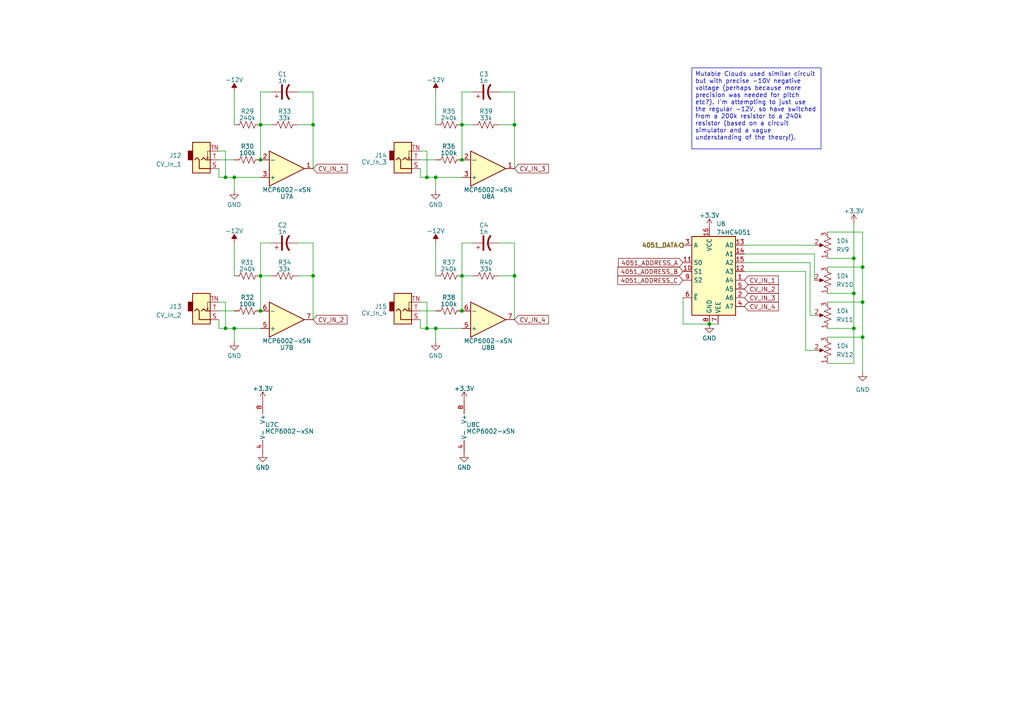
<source format=kicad_sch>
(kicad_sch (version 20230121) (generator eeschema)
  (paper "A4")
  (lib_symbols
    (symbol "74xx:74HC4051"
      (property "Reference" "U" (at -5.08 11.43 0))
      (property "Value" "74HC4051" (at -7.62 -13.97 0))
      (symbol "74HC4051_0_1"
        (rectangle (start -5.08 10.16) (end 7.62 -12.7) (stroke (width 0.254)) (fill (type background)))
      )
      (symbol "74HC4051_1_1"
        (pin passive line (at 10.16 -2.54 180) (length 2.54) (name "A4") (number "1"))
        (pin input line (at -7.62 0 0) (length 2.54) (name "S1") (number "10"))
        (pin input line (at -7.62 2.54 0) (length 2.54) (name "S0") (number "11"))
        (pin passive line (at 10.16 0 180) (length 2.54) (name "A3") (number "12"))
        (pin passive line (at 10.16 7.62 180) (length 2.54) (name "A0") (number "13"))
        (pin passive line (at 10.16 5.08 180) (length 2.54) (name "A1") (number "14"))
        (pin passive line (at 10.16 2.54 180) (length 2.54) (name "A2") (number "15"))
        (pin power_in line (at 0 12.7 270) (length 2.54) (name "VCC") (number "16"))
        (pin passive line (at 10.16 -7.62 180) (length 2.54) (name "A6") (number "2"))
        (pin passive line (at -7.62 7.62 0) (length 2.54) (name "A") (number "3"))
        (pin passive line (at 10.16 -10.16 180) (length 2.54) (name "A7") (number "4"))
        (pin passive line (at 10.16 -5.08 180) (length 2.54) (name "A5") (number "5"))
        (pin input line (at -7.62 -7.62 0) (length 2.54) (name "~{E}") (number "6"))
        (pin power_in line (at 2.54 -15.24 90) (length 2.54) (name "VEE") (number "7"))
        (pin power_in line (at 0 -15.24 90) (length 2.54) (name "GND") (number "8"))
        (pin input line (at -7.62 -2.54 0) (length 2.54) (name "S2") (number "9"))
      )
    )
    (symbol "Amplifier_Operational:MCP6002-xSN" (pin_names (offset 0.127))
      (property "Reference" "U" (at 0 5.08 0))
      (property "Value" "MCP6002-xSN" (at 0 -5.08 0))
      (symbol "MCP6002-xSN_1_1"
        (polyline (pts (xy -5.08 5.08) (xy 5.08 0) (xy -5.08 -5.08) (xy -5.08 5.08)) (stroke (width 0.254)) (fill (type background)))
        (pin output line (at 7.62 0 180) (length 2.54) (name "~") (number "1"))
        (pin input line (at -7.62 -2.54 0) (length 2.54) (name "-") (number "2"))
        (pin input line (at -7.62 2.54 0) (length 2.54) (name "+") (number "3"))
      )
      (symbol "MCP6002-xSN_2_1"
        (polyline (pts (xy -5.08 5.08) (xy 5.08 0) (xy -5.08 -5.08) (xy -5.08 5.08)) (stroke (width 0.254)) (fill (type background)))
        (pin input line (at -7.62 2.54 0) (length 2.54) (name "+") (number "5"))
        (pin input line (at -7.62 -2.54 0) (length 2.54) (name "-") (number "6"))
        (pin output line (at 7.62 0 180) (length 2.54) (name "~") (number "7"))
      )
      (symbol "MCP6002-xSN_3_1"
        (pin power_in line (at -2.54 -7.62 90) (length 3.81) (name "V-") (number "4"))
        (pin power_in line (at -2.54 7.62 270) (length 3.81) (name "V+") (number "8"))
      )
    )
    (symbol "Connector_Audio:AudioJack2_SwitchT"
      (property "Reference" "J" (at 0 8.89 0))
      (property "Value" "AudioJack2_SwitchT" (at 0 6.35 0))
      (symbol "AudioJack2_SwitchT_0_1"
        (rectangle (start -2.54 0) (end -3.81 -2.54) (stroke (width 0.254)) (fill (type outline)))
        (polyline (pts (xy 1.778 -0.254) (xy 2.032 -0.762)))
        (polyline (pts (xy 0 0) (xy 0.635 -0.635) (xy 1.27 0) (xy 2.54 0)) (stroke (width 0.254)))
        (polyline (pts (xy 2.54 -2.54) (xy 1.778 -2.54) (xy 1.778 -0.254) (xy 1.524 -0.762)))
        (polyline (pts (xy 2.54 2.54) (xy -0.635 2.54) (xy -0.635 0) (xy -1.27 -0.635) (xy -1.905 0)) (stroke (width 0.254)))
        (rectangle (start 2.54 3.81) (end -2.54 -5.08) (stroke (width 0.254)) (fill (type background)))
      )
      (symbol "AudioJack2_SwitchT_1_1"
        (pin passive line (at 5.08 2.54 180) (length 2.54) (name "~") (number "S"))
        (pin passive line (at 5.08 0 180) (length 2.54) (name "~") (number "T"))
        (pin passive line (at 5.08 -2.54 180) (length 2.54) (name "~") (number "TN"))
      )
    )
    (symbol "Device:C_Polarized_US" (pin_numbers hide) (pin_names (offset 0.254) hide)
      (property "Reference" "C" (at 0.635 2.54 0))
      (property "Value" "C_Polarized_US" (at 0.635 -2.54 0))
      (symbol "C_Polarized_US_0_1"
        (polyline (pts (xy -2.032 0.762) (xy 2.032 0.762)) (stroke (width 0.508)))
        (polyline (pts (xy -1.778 2.286) (xy -0.762 2.286)))
        (polyline (pts (xy -1.27 1.778) (xy -1.27 2.794)))
        (arc (start 2.032 -1.27) (mid 0 -0.5572) (end -2.032 -1.27) (stroke (width 0.508)))
      )
      (symbol "C_Polarized_US_1_1"
        (pin passive line (at 0 3.81 270) (length 2.794) (name "~") (number "1"))
        (pin passive line (at 0 -3.81 90) (length 3.302) (name "~") (number "2"))
      )
    )
    (symbol "Device:R_Potentiometer_US" (pin_names (offset 1.016) hide)
      (property "Reference" "RV" (at -4.445 0 90))
      (property "Value" "R_Potentiometer_US" (at -2.54 0 90))
      (symbol "R_Potentiometer_US_0_1"
        (polyline (pts (xy 0 -2.286) (xy 0 -2.54)))
        (polyline (pts (xy 0 2.54) (xy 0 2.286)))
        (polyline (pts (xy 2.54 0) (xy 1.524 0)))
        (polyline (pts (xy 1.143 0) (xy 2.286 0.508) (xy 2.286 -0.508) (xy 1.143 0)) (fill (type outline)))
        (polyline (pts (xy 0 -0.762) (xy 1.016 -1.143) (xy 0 -1.524) (xy -1.016 -1.905) (xy 0 -2.286)))
        (polyline (pts (xy 0 0.762) (xy 1.016 0.381) (xy 0 0) (xy -1.016 -0.381) (xy 0 -0.762)))
        (polyline (pts (xy 0 2.286) (xy 1.016 1.905) (xy 0 1.524) (xy -1.016 1.143) (xy 0 0.762)))
      )
      (symbol "R_Potentiometer_US_1_1"
        (pin passive line (at 0 3.81 270) (length 1.27) (name "1") (number "1"))
        (pin passive line (at 3.81 0 180) (length 1.27) (name "2") (number "2"))
        (pin passive line (at 0 -3.81 90) (length 1.27) (name "3") (number "3"))
      )
    )
    (symbol "Device:R_US" (pin_numbers hide) (pin_names (offset 0))
      (property "Reference" "R" (at 2.54 0 90))
      (property "Value" "R_US" (at -2.54 0 90))
      (symbol "R_US_0_1"
        (polyline (pts (xy 0 -2.286) (xy 0 -2.54)))
        (polyline (pts (xy 0 2.286) (xy 0 2.54)))
        (polyline (pts (xy 0 -0.762) (xy 1.016 -1.143) (xy 0 -1.524) (xy -1.016 -1.905) (xy 0 -2.286)))
        (polyline (pts (xy 0 0.762) (xy 1.016 0.381) (xy 0 0) (xy -1.016 -0.381) (xy 0 -0.762)))
        (polyline (pts (xy 0 2.286) (xy 1.016 1.905) (xy 0 1.524) (xy -1.016 1.143) (xy 0 0.762)))
      )
      (symbol "R_US_1_1"
        (pin passive line (at 0 3.81 270) (length 1.27) (name "~") (number "1"))
        (pin passive line (at 0 -3.81 90) (length 1.27) (name "~") (number "2"))
      )
    )
    (symbol "power:+3.3V" (power) (pin_names (offset 0))
      (property "Value" "+3.3V" (at 0 3.556 0))
      (symbol "+3.3V_0_1"
        (polyline (pts (xy -0.762 1.27) (xy 0 2.54)))
        (polyline (pts (xy 0 0) (xy 0 2.54)))
        (polyline (pts (xy 0 2.54) (xy 0.762 1.27)))
      )
      (symbol "+3.3V_1_1"
        (pin power_in line (at 0 0 90) (length 0) hide (name "+3.3V") (number "1"))
      )
    )
    (symbol "power:-12V" (power) (pin_names (offset 0))
      (property "Value" "-12V" (at 0 3.81 0))
      (symbol "-12V_0_0"
        (pin power_in line (at 0 0 90) (length 0) hide (name "-12V") (number "1"))
      )
      (symbol "-12V_0_1"
        (polyline (pts (xy 0 0) (xy 0 1.27) (xy 0.762 1.27) (xy 0 2.54) (xy -0.762 1.27) (xy 0 1.27)) (fill (type outline)))
      )
    )
    (symbol "power:GND" (power) (pin_names (offset 0))
      (property "Value" "GND" (at 0 -3.81 0))
      (symbol "GND_0_1"
        (polyline (pts (xy 0 0) (xy 0 -1.27) (xy 1.27 -1.27) (xy 0 -2.54) (xy -1.27 -1.27) (xy 0 -1.27)))
      )
      (symbol "GND_1_1"
        (pin power_in line (at 0 0 270) (length 0) hide (name "GND") (number "1"))
      )
    )
  )
  (junction (at 65.405 95.25))
  (junction (at 75.565 90.17))
  (junction (at 250.19 87.63))
  (junction (at 67.945 95.25))
  (junction (at 75.565 36.195))
  (junction (at 75.565 46.355))
  (junction (at 90.805 36.195))
  (junction (at 133.985 36.195))
  (junction (at 247.65 74.93))
  (junction (at 247.65 85.09))
  (junction (at 90.805 80.01))
  (junction (at 149.225 80.01))
  (junction (at 75.565 80.01))
  (junction (at 67.945 51.435))
  (junction (at 126.365 51.435))
  (junction (at 123.825 95.25))
  (junction (at 247.65 95.25))
  (junction (at 250.19 77.47))
  (junction (at 205.74 93.98))
  (junction (at 133.985 80.01))
  (junction (at 149.225 36.195))
  (junction (at 65.405 51.435))
  (junction (at 133.985 90.17))
  (junction (at 126.365 95.25))
  (junction (at 250.19 97.79))
  (junction (at 123.825 51.435))
  (junction (at 133.985 46.355))
  (wire (pts (xy 247.65 105.41) (xy 247.65 95.25)))
  (wire (pts (xy 67.945 95.25) (xy 67.945 99.06)))
  (wire (pts (xy 121.92 48.895) (xy 121.92 51.435)))
  (wire (pts (xy 133.985 36.195) (xy 133.985 46.355)))
  (wire (pts (xy 240.03 67.31) (xy 250.19 67.31)))
  (wire (pts (xy 137.16 36.195) (xy 133.985 36.195)))
  (wire (pts (xy 234.95 91.44) (xy 236.22 91.44)))
  (wire (pts (xy 240.03 97.79) (xy 250.19 97.79)))
  (wire (pts (xy 90.805 80.01) (xy 90.805 92.71)))
  (wire (pts (xy 121.92 43.815) (xy 123.825 43.815)))
  (wire (pts (xy 78.74 70.485) (xy 75.565 70.485)))
  (wire (pts (xy 78.74 80.01) (xy 75.565 80.01)))
  (wire (pts (xy 63.5 43.815) (xy 65.405 43.815)))
  (wire (pts (xy 65.405 87.63) (xy 65.405 95.25)))
  (wire (pts (xy 250.19 67.31) (xy 250.19 77.47)))
  (wire (pts (xy 63.5 87.63) (xy 65.405 87.63)))
  (wire (pts (xy 247.65 74.93) (xy 240.03 74.93)))
  (wire (pts (xy 215.9 76.2) (xy 234.95 76.2)))
  (wire (pts (xy 75.565 80.01) (xy 75.565 90.17)))
  (wire (pts (xy 240.03 77.47) (xy 250.19 77.47)))
  (wire (pts (xy 250.19 87.63) (xy 250.19 97.79)))
  (wire (pts (xy 121.92 51.435) (xy 123.825 51.435)))
  (wire (pts (xy 215.9 78.74) (xy 233.68 78.74)))
  (wire (pts (xy 240.03 95.25) (xy 247.65 95.25)))
  (wire (pts (xy 215.9 73.66) (xy 236.22 73.66)))
  (wire (pts (xy 144.78 26.67) (xy 149.225 26.67)))
  (wire (pts (xy 240.03 105.41) (xy 247.65 105.41)))
  (wire (pts (xy 137.16 70.485) (xy 133.985 70.485)))
  (wire (pts (xy 123.825 87.63) (xy 123.825 95.25)))
  (wire (pts (xy 63.5 51.435) (xy 65.405 51.435)))
  (wire (pts (xy 126.365 95.25) (xy 126.365 99.06)))
  (wire (pts (xy 126.365 51.435) (xy 126.365 55.245)))
  (wire (pts (xy 233.68 101.6) (xy 236.22 101.6)))
  (wire (pts (xy 198.12 93.98) (xy 198.12 86.36)))
  (wire (pts (xy 137.16 26.67) (xy 133.985 26.67)))
  (wire (pts (xy 149.225 80.01) (xy 149.225 92.71)))
  (wire (pts (xy 90.805 26.67) (xy 90.805 36.195)))
  (wire (pts (xy 121.92 95.25) (xy 123.825 95.25)))
  (wire (pts (xy 240.03 87.63) (xy 250.19 87.63)))
  (wire (pts (xy 67.945 70.485) (xy 67.945 80.01)))
  (wire (pts (xy 126.365 51.435) (xy 133.985 51.435)))
  (wire (pts (xy 121.92 92.71) (xy 121.92 95.25)))
  (wire (pts (xy 123.825 95.25) (xy 126.365 95.25)))
  (wire (pts (xy 247.65 64.77) (xy 247.65 74.93)))
  (wire (pts (xy 250.19 97.79) (xy 250.19 107.95)))
  (wire (pts (xy 65.405 51.435) (xy 67.945 51.435)))
  (wire (pts (xy 149.225 36.195) (xy 149.225 48.895)))
  (wire (pts (xy 86.36 36.195) (xy 90.805 36.195)))
  (wire (pts (xy 65.405 95.25) (xy 67.945 95.25)))
  (wire (pts (xy 75.565 36.195) (xy 75.565 46.355)))
  (wire (pts (xy 78.74 26.67) (xy 75.565 26.67)))
  (wire (pts (xy 247.65 85.09) (xy 247.65 74.93)))
  (wire (pts (xy 250.19 77.47) (xy 250.19 87.63)))
  (wire (pts (xy 144.78 70.485) (xy 149.225 70.485)))
  (wire (pts (xy 121.92 46.355) (xy 126.365 46.355)))
  (wire (pts (xy 149.225 26.67) (xy 149.225 36.195)))
  (wire (pts (xy 75.565 26.67) (xy 75.565 36.195)))
  (wire (pts (xy 75.565 70.485) (xy 75.565 80.01)))
  (wire (pts (xy 133.985 70.485) (xy 133.985 80.01)))
  (wire (pts (xy 67.945 95.25) (xy 75.565 95.25)))
  (wire (pts (xy 240.03 85.09) (xy 247.65 85.09)))
  (wire (pts (xy 144.78 80.01) (xy 149.225 80.01)))
  (wire (pts (xy 215.9 71.12) (xy 236.22 71.12)))
  (wire (pts (xy 247.65 95.25) (xy 247.65 85.09)))
  (wire (pts (xy 63.5 46.355) (xy 67.945 46.355)))
  (wire (pts (xy 205.74 93.98) (xy 198.12 93.98)))
  (wire (pts (xy 67.945 26.67) (xy 67.945 36.195)))
  (wire (pts (xy 86.36 26.67) (xy 90.805 26.67)))
  (wire (pts (xy 205.74 93.98) (xy 208.28 93.98)))
  (wire (pts (xy 86.36 70.485) (xy 90.805 70.485)))
  (wire (pts (xy 63.5 48.895) (xy 63.5 51.435)))
  (wire (pts (xy 133.985 80.01) (xy 133.985 90.17)))
  (wire (pts (xy 63.5 90.17) (xy 67.945 90.17)))
  (wire (pts (xy 233.68 78.74) (xy 233.68 101.6)))
  (wire (pts (xy 121.92 90.17) (xy 126.365 90.17)))
  (wire (pts (xy 126.365 95.25) (xy 133.985 95.25)))
  (wire (pts (xy 123.825 51.435) (xy 126.365 51.435)))
  (wire (pts (xy 236.22 73.66) (xy 236.22 81.28)))
  (wire (pts (xy 65.405 43.815) (xy 65.405 51.435)))
  (wire (pts (xy 144.78 36.195) (xy 149.225 36.195)))
  (wire (pts (xy 63.5 95.25) (xy 65.405 95.25)))
  (wire (pts (xy 67.945 51.435) (xy 75.565 51.435)))
  (wire (pts (xy 126.365 70.485) (xy 126.365 80.01)))
  (wire (pts (xy 149.225 70.485) (xy 149.225 80.01)))
  (wire (pts (xy 133.985 26.67) (xy 133.985 36.195)))
  (wire (pts (xy 137.16 80.01) (xy 133.985 80.01)))
  (wire (pts (xy 234.95 76.2) (xy 234.95 91.44)))
  (wire (pts (xy 90.805 70.485) (xy 90.805 80.01)))
  (wire (pts (xy 126.365 26.67) (xy 126.365 36.195)))
  (wire (pts (xy 78.74 36.195) (xy 75.565 36.195)))
  (wire (pts (xy 67.945 51.435) (xy 67.945 55.245)))
  (wire (pts (xy 90.805 36.195) (xy 90.805 48.895)))
  (wire (pts (xy 86.36 80.01) (xy 90.805 80.01)))
  (wire (pts (xy 63.5 92.71) (xy 63.5 95.25)))
  (wire (pts (xy 123.825 43.815) (xy 123.825 51.435)))
  (wire (pts (xy 121.92 87.63) (xy 123.825 87.63)))
  (text_box "Mutable Clouds used similar circuit but with precise -10V negative voltage (perhaps because more precision was needed for pitch etc?). I'm attempting to just use the regular -12V, so have switched from a 200k resistor to a 240k resistor (based on a circuit simulator and a vague understanding of the theory!)." (at 200.66 19.685 0) (size 37.465 23.495) (effects (font (size 1.27 1.27)) (justify left top)))
  (global_label "CV_IN_2" (shape input) (at 215.9 83.82 0) (property "Intersheetrefs" "${INTERSHEET_REFS}" (effects hide)))
  (global_label "CV_IN_1" (shape input) (at 215.9 81.28 0) (property "Intersheetrefs" "${INTERSHEET_REFS}" (effects hide)))
  (global_label "CV_IN_3" (shape input) (at 215.9 86.36 0) (property "Intersheetrefs" "${INTERSHEET_REFS}" (effects hide)))
  (global_label "CV_IN_3" (shape input) (at 149.225 48.895 0) (property "Intersheetrefs" "${INTERSHEET_REFS}" (effects hide)))
  (global_label "4051_ADDRESS_B" (shape input) (at 198.12 78.74 180) (property "Intersheetrefs" "${INTERSHEET_REFS}" (effects hide)))
  (global_label "CV_IN_4" (shape input) (at 149.225 92.71 0) (property "Intersheetrefs" "${INTERSHEET_REFS}" (effects hide)))
  (global_label "CV_IN_1" (shape input) (at 90.805 48.895 0) (property "Intersheetrefs" "${INTERSHEET_REFS}" (effects hide)))
  (global_label "CV_IN_4" (shape input) (at 215.9 88.9 0) (property "Intersheetrefs" "${INTERSHEET_REFS}" (effects hide)))
  (global_label "CV_IN_2" (shape input) (at 90.805 92.71 0) (property "Intersheetrefs" "${INTERSHEET_REFS}" (effects hide)))
  (global_label "4051_ADDRESS_A" (shape input) (at 198.12 76.2 180) (property "Intersheetrefs" "${INTERSHEET_REFS}" (effects hide)))
  (global_label "4051_ADDRESS_C" (shape input) (at 198.12 81.28 180) (property "Intersheetrefs" "${INTERSHEET_REFS}" (effects hide)))
  (hierarchical_label "4051_DATA" (shape output) (at 198.12 71.12 180) (effects (font bold)))
  (symbol (lib_id "power:-12V") (at 126.365 70.485 0) (unit 1)
    (property "Reference" "#PWR048" (effects hide))
    (property "Value" "-12V" (at 126.365 66.9831 0))
  )
  (symbol (lib_id "Device:R_Potentiometer_US") (at 240.03 71.12 180) (unit 1)
    (property "Reference" "RV9" (at 242.57 72.3901 0) (effects (justify right)))
    (property "Value" "10k" (at 242.57 69.8501 0) (effects (justify right)))
    (property "Footprint" "Library:Potentiometer_Alps_RK09K_vertical_biggerholes" (effects hide))
    (instances (project "dk2_02_top" (path "" (reference "RV9") (unit 1)) (path "" (reference "RV1") (unit 1))))
  )
  (symbol (lib_id "power:GND") (at 76.2 131.445 0) (unit 1)
    (property "Reference" "#PWR045" (effects hide))
    (property "Value" "GND" (at 76.2 135.5805 0))
  )
  (symbol (lib_id "power:GND") (at 250.19 107.95 0) (unit 1)
    (property "Reference" "#PWR055" (effects hide))
    (property "Value" "GND" (at 250.19 113.03 0))
    (instances (project "dk2_02_top" (path "" (reference "#PWR055") (unit 1)) (path "" (reference "#PWR036") (unit 1))))
  )
  (symbol (lib_id "Device:C_Polarized_US") (at 140.97 70.485 90) (unit 1)
    (property "Reference" "C4" (at 140.335 65.3161 90))
    (property "Value" "1n" (at 140.335 67.2371 90))
    (property "Footprint" "Capacitor_SMD:C_0603_1608Metric" (effects hide))
  )
  (symbol (lib_id "Device:R_US") (at 71.755 80.01 90) (unit 1)
    (property "Reference" "R31" (at 71.755 76.1111 90))
    (property "Value" "240k" (at 71.755 78.0321 90))
    (property "Footprint" "Resistor_SMD:R_0603_1608Metric" (effects hide))
  )
  (symbol (lib_id "Device:R_Potentiometer_US") (at 240.03 91.44 180) (unit 1)
    (property "Reference" "RV11" (at 242.57 92.7101 0) (effects (justify right)))
    (property "Value" "10k" (at 242.57 90.1701 0) (effects (justify right)))
    (property "Footprint" "Library:Potentiometer_Alps_RK09K_vertical_biggerholes" (effects hide))
    (instances (project "dk2_02_top" (path "" (reference "RV11") (unit 1)) (path "" (reference "RV3") (unit 1))))
  )
  (symbol (lib_id "power:-12V") (at 67.945 70.485 0) (unit 1)
    (property "Reference" "#PWR042" (effects hide))
    (property "Value" "-12V" (at 67.945 66.9831 0))
  )
  (symbol (lib_id "Amplifier_Operational:MCP6002-xSN") (at 141.605 48.895 0) (mirror x) (unit 1)
    (property "Reference" "U8" (at 141.605 56.9849 0))
    (property "Value" "MCP6002-xSN" (at 141.605 55.0639 0))
    (property "Footprint" "Package_SO:SOIC-8_3.9x4.9mm_P1.27mm" (effects hide))
    (property "Datasheet" "http://ww1.microchip.com/downloads/en/DeviceDoc/21733j.pdf" (effects hide))
  )
  (symbol (lib_id "power:GND") (at 126.365 99.06 0) (unit 1)
    (property "Reference" "#PWR049" (effects hide))
    (property "Value" "GND" (at 126.365 103.1955 0))
  )
  (symbol (lib_id "Device:C_Polarized_US") (at 82.55 26.67 90) (unit 1)
    (property "Reference" "C1" (at 81.915 21.5011 90))
    (property "Value" "1n" (at 81.915 23.4221 90))
    (property "Footprint" "Capacitor_SMD:C_0603_1608Metric" (effects hide))
  )
  (symbol (lib_id "Device:C_Polarized_US") (at 82.55 70.485 90) (unit 1)
    (property "Reference" "C2" (at 81.915 65.3161 90))
    (property "Value" "1n" (at 81.915 67.2371 90))
    (property "Footprint" "Capacitor_SMD:C_0603_1608Metric" (effects hide))
  )
  (symbol (lib_id "Amplifier_Operational:MCP6002-xSN") (at 83.185 48.895 0) (mirror x) (unit 1)
    (property "Reference" "U7" (at 83.185 56.9849 0))
    (property "Value" "MCP6002-xSN" (at 83.185 55.0639 0))
    (property "Footprint" "Package_SO:SOIC-8_3.9x4.9mm_P1.27mm" (effects hide))
    (property "Datasheet" "http://ww1.microchip.com/downloads/en/DeviceDoc/21733j.pdf" (effects hide))
  )
  (symbol (lib_id "power:-12V") (at 126.365 26.67 0) (unit 1)
    (property "Reference" "#PWR046" (effects hide))
    (property "Value" "-12V" (at 126.365 23.1681 0))
  )
  (symbol (lib_id "Device:R_US") (at 82.55 80.01 90) (unit 1)
    (property "Reference" "R34" (at 82.55 76.1111 90))
    (property "Value" "33k" (at 82.55 78.0321 90))
    (property "Footprint" "Resistor_SMD:R_0603_1608Metric" (effects hide))
  )
  (symbol (lib_id "Device:R_US") (at 140.97 80.01 90) (unit 1)
    (property "Reference" "R40" (at 140.97 76.1111 90))
    (property "Value" "33k" (at 140.97 78.0321 90))
    (property "Footprint" "Resistor_SMD:R_0603_1608Metric" (effects hide))
  )
  (symbol (lib_id "power:+3.3V") (at 134.62 116.205 0) (unit 1)
    (property "Reference" "#PWR050" (effects hide))
    (property "Value" "+3.3V" (at 134.62 112.7031 0))
  )
  (symbol (lib_id "power:+3.3V") (at 76.2 116.205 0) (unit 1)
    (property "Reference" "#PWR044" (effects hide))
    (property "Value" "+3.3V" (at 76.2 112.7031 0))
  )
  (symbol (lib_id "Device:R_US") (at 130.175 90.17 90) (unit 1)
    (property "Reference" "R38" (at 130.175 86.2711 90))
    (property "Value" "100k" (at 130.175 88.1921 90))
    (property "Footprint" "Resistor_SMD:R_0603_1608Metric" (effects hide))
  )
  (symbol (lib_id "Connector_Audio:AudioJack2_SwitchT") (at 116.84 46.355 0) (mirror x) (unit 1)
    (property "Reference" "J12" (at 112.2681 45.0763 0) (effects (justify right)))
    (property "Value" "CV_In_3" (at 112.2681 46.9973 0) (effects (justify right)))
    (property "Footprint" "AudioJacks:Jack_3.5mm_QingPu_WQP-PJ398SM_Vertical" (effects hide))
    (instances (project "dk2_02_top" (path "" (reference "J14") (unit 1))))
  )
  (symbol (lib_id "power:GND") (at 67.945 99.06 0) (unit 1)
    (property "Reference" "#PWR043" (effects hide))
    (property "Value" "GND" (at 67.945 103.1955 0))
  )
  (symbol (lib_id "power:GND") (at 134.62 131.445 0) (unit 1)
    (property "Reference" "#PWR051" (effects hide))
    (property "Value" "GND" (at 134.62 135.5805 0))
  )
  (symbol (lib_id "Device:R_US") (at 130.175 36.195 90) (unit 1)
    (property "Reference" "R35" (at 130.175 32.2961 90))
    (property "Value" "240k" (at 130.175 34.2171 90))
    (property "Footprint" "Resistor_SMD:R_0603_1608Metric" (effects hide))
  )
  (symbol (lib_id "power:GND") (at 205.74 93.98 0) (unit 1)
    (property "Reference" "#PWR029" (effects hide))
    (property "Value" "GND" (at 205.74 98.1155 0))
    (instances (project "dk2_02_top" (path "" (reference "#PWR029") (unit 1)) (path "" (reference "#PWR053") (unit 1))))
  )
  (symbol (lib_id "Connector_Audio:AudioJack2_SwitchT") (at 116.84 90.17 0) (mirror x) (unit 1)
    (property "Reference" "J12" (at 112.2681 88.8913 0) (effects (justify right)))
    (property "Value" "CV_In_4" (at 112.2681 90.8123 0) (effects (justify right)))
    (property "Footprint" "AudioJacks:Jack_3.5mm_QingPu_WQP-PJ398SM_Vertical" (effects hide))
    (instances (project "dk2_02_top" (path "" (reference "J15") (unit 1))))
  )
  (symbol (lib_id "Amplifier_Operational:MCP6002-xSN") (at 83.185 92.71 0) (mirror x) (unit 2)
    (property "Reference" "U7" (at 83.185 100.7999 0))
    (property "Value" "MCP6002-xSN" (at 83.185 98.8789 0))
    (property "Footprint" "Package_SO:SOIC-8_3.9x4.9mm_P1.27mm" (effects hide))
    (property "Datasheet" "http://ww1.microchip.com/downloads/en/DeviceDoc/21733j.pdf" (effects hide))
  )
  (symbol (lib_id "Device:R_US") (at 130.175 46.355 90) (unit 1)
    (property "Reference" "R36" (at 130.175 42.4561 90))
    (property "Value" "100k" (at 130.175 44.3771 90))
    (property "Footprint" "Resistor_SMD:R_0603_1608Metric" (effects hide))
  )
  (symbol (lib_id "power:GND") (at 126.365 55.245 0) (unit 1)
    (property "Reference" "#PWR047" (effects hide))
    (property "Value" "GND" (at 126.365 59.3805 0))
  )
  (symbol (lib_id "Device:R_US") (at 71.755 36.195 90) (unit 1)
    (property "Reference" "R29" (at 71.755 32.2961 90))
    (property "Value" "240k" (at 71.755 34.2171 90))
    (property "Footprint" "Resistor_SMD:R_0603_1608Metric" (effects hide))
  )
  (symbol (lib_id "Amplifier_Operational:MCP6002-xSN") (at 78.74 123.825 0) (unit 3)
    (property "Reference" "U7" (at 76.835 123.1813 0) (effects (justify left)))
    (property "Value" "MCP6002-xSN" (at 76.835 125.1023 0) (effects (justify left)))
    (property "Footprint" "Package_SO:SOIC-8_3.9x4.9mm_P1.27mm" (effects hide))
    (property "Datasheet" "http://ww1.microchip.com/downloads/en/DeviceDoc/21733j.pdf" (effects hide))
  )
  (symbol (lib_id "Device:R_Potentiometer_US") (at 240.03 81.28 180) (unit 1)
    (property "Reference" "RV10" (at 242.57 82.5501 0) (effects (justify right)))
    (property "Value" "10k" (at 242.57 80.0101 0) (effects (justify right)))
    (property "Footprint" "Library:Potentiometer_Alps_RK09K_vertical_biggerholes" (effects hide))
    (instances (project "dk2_02_top" (path "" (reference "RV10") (unit 1)) (path "" (reference "RV2") (unit 1))))
  )
  (symbol (lib_id "Device:C_Polarized_US") (at 140.97 26.67 90) (unit 1)
    (property "Reference" "C3" (at 140.335 21.5011 90))
    (property "Value" "1n" (at 140.335 23.4221 90))
    (property "Footprint" "Capacitor_SMD:C_0603_1608Metric" (effects hide))
  )
  (symbol (lib_id "power:GND") (at 67.945 55.245 0) (unit 1)
    (property "Reference" "#PWR041" (effects hide))
    (property "Value" "GND" (at 67.945 59.3805 0))
  )
  (symbol (lib_id "Connector_Audio:AudioJack2_SwitchT") (at 58.42 90.17 0) (mirror x) (unit 1)
    (property "Reference" "J12" (at 52.705 88.9 0) (effects (justify right)))
    (property "Value" "CV_In_2" (at 52.705 91.44 0) (effects (justify right)))
    (property "Footprint" "AudioJacks:Jack_3.5mm_QingPu_WQP-PJ398SM_Vertical" (effects hide))
    (instances (project "dk2_02_top" (path "" (reference "J13") (unit 1))))
  )
  (symbol (lib_id "Device:R_Potentiometer_US") (at 240.03 101.6 180) (unit 1)
    (property "Reference" "RV12" (at 242.57 102.8701 0) (effects (justify right)))
    (property "Value" "10k" (at 242.57 100.3301 0) (effects (justify right)))
    (property "Footprint" "Library:Potentiometer_Alps_RK09K_vertical_biggerholes" (effects hide))
    (instances (project "dk2_02_top" (path "" (reference "RV12") (unit 1)) (path "" (reference "RV4") (unit 1))))
  )
  (symbol (lib_id "power:-12V") (at 67.945 26.67 0) (unit 1)
    (property "Reference" "#PWR040" (effects hide))
    (property "Value" "-12V" (at 67.945 23.1681 0))
  )
  (symbol (lib_id "power:+3.3V") (at 205.74 66.04 0) (unit 1)
    (property "Reference" "#PWR028" (effects hide))
    (property "Value" "+3.3V" (at 205.74 62.484 0))
    (instances (project "dk2_02_top" (path "" (reference "#PWR028") (unit 1)) (path "" (reference "#PWR052") (unit 1))))
  )
  (symbol (lib_id "Device:R_US") (at 140.97 36.195 90) (unit 1)
    (property "Reference" "R39" (at 140.97 32.2961 90))
    (property "Value" "33k" (at 140.97 34.2171 90))
    (property "Footprint" "Resistor_SMD:R_0603_1608Metric" (effects hide))
  )
  (symbol (lib_id "power:+3.3V") (at 247.65 64.77 0) (unit 1)
    (property "Reference" "#PWR054" (effects hide))
    (property "Value" "+3.3V" (at 247.65 61.214 0))
    (instances (project "dk2_02_top" (path "" (reference "#PWR054") (unit 1)) (path "" (reference "#PWR035") (unit 1))))
  )
  (symbol (lib_id "Device:R_US") (at 71.755 46.355 90) (unit 1)
    (property "Reference" "R30" (at 71.755 42.4561 90))
    (property "Value" "100k" (at 71.755 44.3771 90))
    (property "Footprint" "Resistor_SMD:R_0603_1608Metric" (effects hide))
  )
  (symbol (lib_id "Amplifier_Operational:MCP6002-xSN") (at 141.605 92.71 0) (mirror x) (unit 2)
    (property "Reference" "U8" (at 141.605 100.7999 0))
    (property "Value" "MCP6002-xSN" (at 141.605 98.8789 0))
    (property "Footprint" "Package_SO:SOIC-8_3.9x4.9mm_P1.27mm" (effects hide))
    (property "Datasheet" "http://ww1.microchip.com/downloads/en/DeviceDoc/21733j.pdf" (effects hide))
  )
  (symbol (lib_id "Device:R_US") (at 130.175 80.01 90) (unit 1)
    (property "Reference" "R37" (at 130.175 76.1111 90))
    (property "Value" "240k" (at 130.175 78.0321 90))
    (property "Footprint" "Resistor_SMD:R_0603_1608Metric" (effects hide))
  )
  (symbol (lib_id "Connector_Audio:AudioJack2_SwitchT") (at 58.42 46.355 0) (mirror x) (unit 1)
    (property "Reference" "J12" (at 52.705 45.085 0) (effects (justify right)))
    (property "Value" "CV_In_1" (at 52.705 47.625 0) (effects (justify right)))
    (property "Footprint" "AudioJacks:Jack_3.5mm_QingPu_WQP-PJ398SM_Vertical" (effects hide))
  )
  (symbol (lib_id "Device:R_US") (at 71.755 90.17 90) (unit 1)
    (property "Reference" "R32" (at 71.755 86.2711 90))
    (property "Value" "100k" (at 71.755 88.1921 90))
    (property "Footprint" "Resistor_SMD:R_0603_1608Metric" (effects hide))
  )
  (symbol (lib_id "Amplifier_Operational:MCP6002-xSN") (at 137.16 123.825 0) (unit 3)
    (property "Reference" "U8" (at 135.255 123.1813 0) (effects (justify left)))
    (property "Value" "MCP6002-xSN" (at 135.255 125.1023 0) (effects (justify left)))
    (property "Footprint" "Package_SO:SOIC-8_3.9x4.9mm_P1.27mm" (effects hide))
    (property "Datasheet" "http://ww1.microchip.com/downloads/en/DeviceDoc/21733j.pdf" (effects hide))
  )
  (symbol (lib_id "Device:R_US") (at 82.55 36.195 90) (unit 1)
    (property "Reference" "R33" (at 82.55 32.2961 90))
    (property "Value" "33k" (at 82.55 34.2171 90))
    (property "Footprint" "Resistor_SMD:R_0603_1608Metric" (effects hide))
  )
  (symbol (lib_id "74xx:74HC4051") (at 205.74 78.74 0) (unit 1)
    (property "Reference" "U6" (at 207.7594 64.8802 0) (effects (justify left)))
    (property "Value" "74HC4051" (at 207.7594 67.4171 0) (effects (justify left)))
    (property "Footprint" "Package_SO:SOIC-16_3.9x9.9mm_P1.27mm" (effects hide))
    (property "Datasheet" "http://www.ti.com/lit/ds/symlink/cd74hc4051.pdf" (effects hide))
    (instances (project "dk2_02_top" (path "" (reference "U6") (unit 1)) (path "" (reference "U9") (unit 1))))
  )
)
</source>
